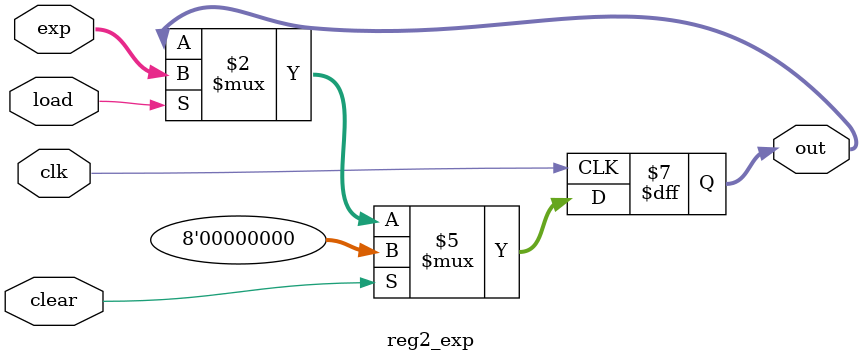
<source format=v>
`timescale 1ns / 1ps

module reg2_exp(
    input [7:0] exp,
    input clk,
    input load,
    input clear,
    output reg [7:0] out
    );
    
    always @(posedge clk)
        if (clear)
           out <= 0;
        else if (load)
           out <= exp;
endmodule

</source>
